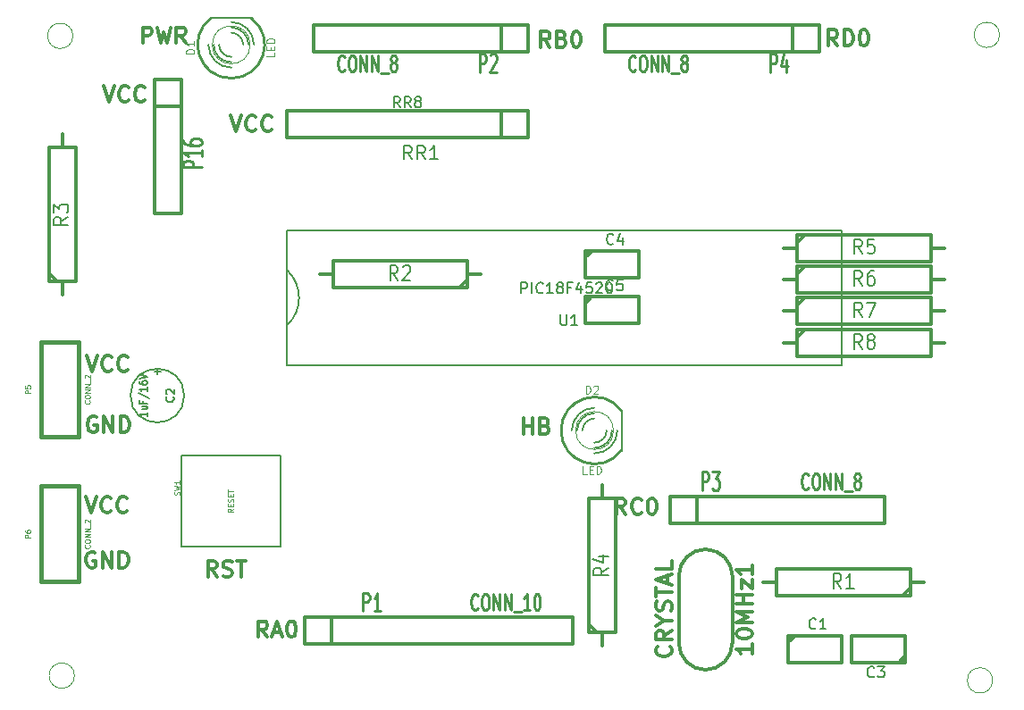
<source format=gto>
G04 (created by PCBNEW (2013-07-07 BZR 4022)-stable) date 08-Nov-13 6:42:12 PM*
%MOIN*%
G04 Gerber Fmt 3.4, Leading zero omitted, Abs format*
%FSLAX34Y34*%
G01*
G70*
G90*
G04 APERTURE LIST*
%ADD10C,0.00590551*%
%ADD11C,0.011811*%
%ADD12C,0.012*%
%ADD13C,0.008*%
%ADD14C,0.003*%
%ADD15C,0.01*%
%ADD16C,0.006*%
%ADD17C,0.005*%
%ADD18C,0.0125*%
%ADD19C,0.015*%
%ADD20C,0.000393701*%
%ADD21C,0.0107*%
%ADD22C,0.0035*%
%ADD23C,0.00492126*%
%ADD24C,0.0075*%
G04 APERTURE END LIST*
G54D10*
G54D11*
X54194Y-63447D02*
X53997Y-63166D01*
X53856Y-63447D02*
X53856Y-62857D01*
X54081Y-62857D01*
X54138Y-62885D01*
X54166Y-62913D01*
X54194Y-62969D01*
X54194Y-63053D01*
X54166Y-63110D01*
X54138Y-63138D01*
X54081Y-63166D01*
X53856Y-63166D01*
X54419Y-63419D02*
X54503Y-63447D01*
X54644Y-63447D01*
X54700Y-63419D01*
X54728Y-63391D01*
X54756Y-63335D01*
X54756Y-63278D01*
X54728Y-63222D01*
X54700Y-63194D01*
X54644Y-63166D01*
X54531Y-63138D01*
X54475Y-63110D01*
X54447Y-63082D01*
X54419Y-63025D01*
X54419Y-62969D01*
X54447Y-62913D01*
X54475Y-62885D01*
X54531Y-62857D01*
X54672Y-62857D01*
X54756Y-62885D01*
X54925Y-62857D02*
X55262Y-62857D01*
X55094Y-63447D02*
X55094Y-62857D01*
X51417Y-43536D02*
X51417Y-42945D01*
X51642Y-42945D01*
X51698Y-42973D01*
X51726Y-43001D01*
X51754Y-43058D01*
X51754Y-43142D01*
X51726Y-43198D01*
X51698Y-43226D01*
X51642Y-43255D01*
X51417Y-43255D01*
X51951Y-42945D02*
X52092Y-43536D01*
X52204Y-43114D01*
X52317Y-43536D01*
X52457Y-42945D01*
X53020Y-43536D02*
X52823Y-43255D01*
X52682Y-43536D02*
X52682Y-42945D01*
X52907Y-42945D01*
X52964Y-42973D01*
X52992Y-43001D01*
X53020Y-43058D01*
X53020Y-43142D01*
X52992Y-43198D01*
X52964Y-43226D01*
X52907Y-43255D01*
X52682Y-43255D01*
X65618Y-58132D02*
X65618Y-57542D01*
X65618Y-57823D02*
X65956Y-57823D01*
X65956Y-58132D02*
X65956Y-57542D01*
X66434Y-57823D02*
X66518Y-57851D01*
X66546Y-57879D01*
X66574Y-57935D01*
X66574Y-58020D01*
X66546Y-58076D01*
X66518Y-58104D01*
X66462Y-58132D01*
X66237Y-58132D01*
X66237Y-57542D01*
X66434Y-57542D01*
X66490Y-57570D01*
X66518Y-57598D01*
X66546Y-57654D01*
X66546Y-57710D01*
X66518Y-57767D01*
X66490Y-57795D01*
X66434Y-57823D01*
X66237Y-57823D01*
X54714Y-46242D02*
X54911Y-46833D01*
X55108Y-46242D01*
X55642Y-46777D02*
X55614Y-46805D01*
X55530Y-46833D01*
X55473Y-46833D01*
X55389Y-46805D01*
X55333Y-46749D01*
X55305Y-46692D01*
X55276Y-46580D01*
X55276Y-46496D01*
X55305Y-46383D01*
X55333Y-46327D01*
X55389Y-46271D01*
X55473Y-46242D01*
X55530Y-46242D01*
X55614Y-46271D01*
X55642Y-46299D01*
X56233Y-46777D02*
X56205Y-46805D01*
X56120Y-46833D01*
X56064Y-46833D01*
X55980Y-46805D01*
X55923Y-46749D01*
X55895Y-46692D01*
X55867Y-46580D01*
X55867Y-46496D01*
X55895Y-46383D01*
X55923Y-46327D01*
X55980Y-46271D01*
X56064Y-46242D01*
X56120Y-46242D01*
X56205Y-46271D01*
X56233Y-46299D01*
X49970Y-45140D02*
X50167Y-45731D01*
X50364Y-45140D01*
X50898Y-45674D02*
X50870Y-45703D01*
X50785Y-45731D01*
X50729Y-45731D01*
X50645Y-45703D01*
X50589Y-45646D01*
X50561Y-45590D01*
X50532Y-45478D01*
X50532Y-45393D01*
X50561Y-45281D01*
X50589Y-45224D01*
X50645Y-45168D01*
X50729Y-45140D01*
X50785Y-45140D01*
X50870Y-45168D01*
X50898Y-45196D01*
X51489Y-45674D02*
X51460Y-45703D01*
X51376Y-45731D01*
X51320Y-45731D01*
X51235Y-45703D01*
X51179Y-45646D01*
X51151Y-45590D01*
X51123Y-45478D01*
X51123Y-45393D01*
X51151Y-45281D01*
X51179Y-45224D01*
X51235Y-45168D01*
X51320Y-45140D01*
X51376Y-45140D01*
X51460Y-45168D01*
X51489Y-45196D01*
X49697Y-57501D02*
X49641Y-57473D01*
X49557Y-57473D01*
X49472Y-57501D01*
X49416Y-57557D01*
X49388Y-57613D01*
X49360Y-57726D01*
X49360Y-57810D01*
X49388Y-57923D01*
X49416Y-57979D01*
X49472Y-58035D01*
X49557Y-58063D01*
X49613Y-58063D01*
X49697Y-58035D01*
X49725Y-58007D01*
X49725Y-57810D01*
X49613Y-57810D01*
X49978Y-58063D02*
X49978Y-57473D01*
X50316Y-58063D01*
X50316Y-57473D01*
X50597Y-58063D02*
X50597Y-57473D01*
X50738Y-57473D01*
X50822Y-57501D01*
X50878Y-57557D01*
X50906Y-57613D01*
X50935Y-57726D01*
X50935Y-57810D01*
X50906Y-57923D01*
X50878Y-57979D01*
X50822Y-58035D01*
X50738Y-58063D01*
X50597Y-58063D01*
X49340Y-55199D02*
X49537Y-55790D01*
X49734Y-55199D01*
X50268Y-55733D02*
X50240Y-55762D01*
X50156Y-55790D01*
X50099Y-55790D01*
X50015Y-55762D01*
X49959Y-55705D01*
X49931Y-55649D01*
X49902Y-55537D01*
X49902Y-55452D01*
X49931Y-55340D01*
X49959Y-55284D01*
X50015Y-55227D01*
X50099Y-55199D01*
X50156Y-55199D01*
X50240Y-55227D01*
X50268Y-55255D01*
X50859Y-55733D02*
X50830Y-55762D01*
X50746Y-55790D01*
X50690Y-55790D01*
X50606Y-55762D01*
X50549Y-55705D01*
X50521Y-55649D01*
X50493Y-55537D01*
X50493Y-55452D01*
X50521Y-55340D01*
X50549Y-55284D01*
X50606Y-55227D01*
X50690Y-55199D01*
X50746Y-55199D01*
X50830Y-55227D01*
X50859Y-55255D01*
X49648Y-62550D02*
X49592Y-62522D01*
X49507Y-62522D01*
X49423Y-62550D01*
X49367Y-62606D01*
X49339Y-62663D01*
X49311Y-62775D01*
X49311Y-62859D01*
X49339Y-62972D01*
X49367Y-63028D01*
X49423Y-63084D01*
X49507Y-63113D01*
X49564Y-63113D01*
X49648Y-63084D01*
X49676Y-63056D01*
X49676Y-62859D01*
X49564Y-62859D01*
X49929Y-63113D02*
X49929Y-62522D01*
X50267Y-63113D01*
X50267Y-62522D01*
X50548Y-63113D02*
X50548Y-62522D01*
X50688Y-62522D01*
X50773Y-62550D01*
X50829Y-62606D01*
X50857Y-62663D01*
X50885Y-62775D01*
X50885Y-62859D01*
X50857Y-62972D01*
X50829Y-63028D01*
X50773Y-63084D01*
X50688Y-63113D01*
X50548Y-63113D01*
X49311Y-60475D02*
X49507Y-61065D01*
X49704Y-60475D01*
X50239Y-61009D02*
X50210Y-61037D01*
X50126Y-61065D01*
X50070Y-61065D01*
X49985Y-61037D01*
X49929Y-60981D01*
X49901Y-60925D01*
X49873Y-60812D01*
X49873Y-60728D01*
X49901Y-60615D01*
X49929Y-60559D01*
X49985Y-60503D01*
X50070Y-60475D01*
X50126Y-60475D01*
X50210Y-60503D01*
X50239Y-60531D01*
X50829Y-61009D02*
X50801Y-61037D01*
X50717Y-61065D01*
X50660Y-61065D01*
X50576Y-61037D01*
X50520Y-60981D01*
X50492Y-60925D01*
X50464Y-60812D01*
X50464Y-60728D01*
X50492Y-60615D01*
X50520Y-60559D01*
X50576Y-60503D01*
X50660Y-60475D01*
X50717Y-60475D01*
X50801Y-60503D01*
X50829Y-60531D01*
X56075Y-65701D02*
X55878Y-65420D01*
X55738Y-65701D02*
X55738Y-65111D01*
X55963Y-65111D01*
X56019Y-65139D01*
X56047Y-65167D01*
X56075Y-65223D01*
X56075Y-65307D01*
X56047Y-65364D01*
X56019Y-65392D01*
X55963Y-65420D01*
X55738Y-65420D01*
X56300Y-65532D02*
X56581Y-65532D01*
X56244Y-65701D02*
X56441Y-65111D01*
X56638Y-65701D01*
X56947Y-65111D02*
X57003Y-65111D01*
X57059Y-65139D01*
X57088Y-65167D01*
X57116Y-65223D01*
X57144Y-65336D01*
X57144Y-65476D01*
X57116Y-65589D01*
X57088Y-65645D01*
X57059Y-65673D01*
X57003Y-65701D01*
X56947Y-65701D01*
X56891Y-65673D01*
X56863Y-65645D01*
X56834Y-65589D01*
X56806Y-65476D01*
X56806Y-65336D01*
X56834Y-65223D01*
X56863Y-65167D01*
X56891Y-65139D01*
X56947Y-65111D01*
X69438Y-61115D02*
X69242Y-60833D01*
X69101Y-61115D02*
X69101Y-60524D01*
X69326Y-60524D01*
X69382Y-60552D01*
X69410Y-60580D01*
X69438Y-60636D01*
X69438Y-60721D01*
X69410Y-60777D01*
X69382Y-60805D01*
X69326Y-60833D01*
X69101Y-60833D01*
X70029Y-61058D02*
X70001Y-61086D01*
X69917Y-61115D01*
X69860Y-61115D01*
X69776Y-61086D01*
X69720Y-61030D01*
X69692Y-60974D01*
X69663Y-60861D01*
X69663Y-60777D01*
X69692Y-60665D01*
X69720Y-60608D01*
X69776Y-60552D01*
X69860Y-60524D01*
X69917Y-60524D01*
X70001Y-60552D01*
X70029Y-60580D01*
X70395Y-60524D02*
X70451Y-60524D01*
X70507Y-60552D01*
X70535Y-60580D01*
X70563Y-60636D01*
X70591Y-60749D01*
X70591Y-60890D01*
X70563Y-61002D01*
X70535Y-61058D01*
X70507Y-61086D01*
X70451Y-61115D01*
X70395Y-61115D01*
X70338Y-61086D01*
X70310Y-61058D01*
X70282Y-61002D01*
X70254Y-60890D01*
X70254Y-60749D01*
X70282Y-60636D01*
X70310Y-60580D01*
X70338Y-60552D01*
X70395Y-60524D01*
X77342Y-43634D02*
X77145Y-43353D01*
X77005Y-43634D02*
X77005Y-43044D01*
X77230Y-43044D01*
X77286Y-43072D01*
X77314Y-43100D01*
X77342Y-43156D01*
X77342Y-43241D01*
X77314Y-43297D01*
X77286Y-43325D01*
X77230Y-43353D01*
X77005Y-43353D01*
X77595Y-43634D02*
X77595Y-43044D01*
X77736Y-43044D01*
X77820Y-43072D01*
X77876Y-43128D01*
X77904Y-43184D01*
X77933Y-43297D01*
X77933Y-43381D01*
X77904Y-43494D01*
X77876Y-43550D01*
X77820Y-43606D01*
X77736Y-43634D01*
X77595Y-43634D01*
X78298Y-43044D02*
X78354Y-43044D01*
X78411Y-43072D01*
X78439Y-43100D01*
X78467Y-43156D01*
X78495Y-43269D01*
X78495Y-43409D01*
X78467Y-43522D01*
X78439Y-43578D01*
X78411Y-43606D01*
X78354Y-43634D01*
X78298Y-43634D01*
X78242Y-43606D01*
X78214Y-43578D01*
X78186Y-43522D01*
X78158Y-43409D01*
X78158Y-43269D01*
X78186Y-43156D01*
X78214Y-43100D01*
X78242Y-43072D01*
X78298Y-43044D01*
X66614Y-43683D02*
X66417Y-43402D01*
X66276Y-43683D02*
X66276Y-43093D01*
X66501Y-43093D01*
X66557Y-43121D01*
X66586Y-43149D01*
X66614Y-43205D01*
X66614Y-43290D01*
X66586Y-43346D01*
X66557Y-43374D01*
X66501Y-43402D01*
X66276Y-43402D01*
X67064Y-43374D02*
X67148Y-43402D01*
X67176Y-43430D01*
X67204Y-43487D01*
X67204Y-43571D01*
X67176Y-43627D01*
X67148Y-43655D01*
X67092Y-43683D01*
X66867Y-43683D01*
X66867Y-43093D01*
X67064Y-43093D01*
X67120Y-43121D01*
X67148Y-43149D01*
X67176Y-43205D01*
X67176Y-43262D01*
X67148Y-43318D01*
X67120Y-43346D01*
X67064Y-43374D01*
X66867Y-43374D01*
X67570Y-43093D02*
X67626Y-43093D01*
X67682Y-43121D01*
X67710Y-43149D01*
X67739Y-43205D01*
X67767Y-43318D01*
X67767Y-43458D01*
X67739Y-43571D01*
X67710Y-43627D01*
X67682Y-43655D01*
X67626Y-43683D01*
X67570Y-43683D01*
X67514Y-43655D01*
X67485Y-43627D01*
X67457Y-43571D01*
X67429Y-43458D01*
X67429Y-43318D01*
X67457Y-43205D01*
X67485Y-43149D01*
X67514Y-43121D01*
X67570Y-43093D01*
G54D10*
X56840Y-54040D02*
G75*
G03X56840Y-52040I-1000J1000D01*
G74*
G01*
X56800Y-50530D02*
X56800Y-55569D01*
X56800Y-55569D02*
X77500Y-55569D01*
X77500Y-50530D02*
X56800Y-50530D01*
X77500Y-50530D02*
X77500Y-55569D01*
G54D12*
X57460Y-65956D02*
X57460Y-64956D01*
X57460Y-64956D02*
X67460Y-64956D01*
X67460Y-64956D02*
X67460Y-65956D01*
X67460Y-65956D02*
X57460Y-65956D01*
X58460Y-65956D02*
X58460Y-64956D01*
G54D13*
X69300Y-58746D02*
X69300Y-57246D01*
G54D14*
X68987Y-57996D02*
G75*
G03X68987Y-57996I-707J0D01*
G74*
G01*
G54D15*
X69279Y-57245D02*
G75*
G03X69279Y-58746I-999J-750D01*
G74*
G01*
G54D16*
X68280Y-57546D02*
G75*
G03X67830Y-57996I0J-450D01*
G74*
G01*
X68280Y-58446D02*
G75*
G03X68730Y-57996I0J450D01*
G74*
G01*
X68280Y-57346D02*
G75*
G03X67630Y-57996I0J-650D01*
G74*
G01*
X68280Y-58646D02*
G75*
G03X68930Y-57996I0J650D01*
G74*
G01*
X68280Y-57146D02*
G75*
G03X67430Y-57996I0J-850D01*
G74*
G01*
X68280Y-58846D02*
G75*
G03X69130Y-57996I0J850D01*
G74*
G01*
G54D13*
X55474Y-42580D02*
X53974Y-42580D01*
G54D14*
X55431Y-43600D02*
G75*
G03X55431Y-43600I-707J0D01*
G74*
G01*
G54D15*
X53973Y-42601D02*
G75*
G03X55474Y-42601I750J-999D01*
G74*
G01*
G54D16*
X54274Y-43600D02*
G75*
G03X54724Y-44050I450J0D01*
G74*
G01*
X55174Y-43600D02*
G75*
G03X54724Y-43150I-450J0D01*
G74*
G01*
X54074Y-43600D02*
G75*
G03X54724Y-44250I650J0D01*
G74*
G01*
X55374Y-43600D02*
G75*
G03X54724Y-42950I-650J0D01*
G74*
G01*
X53874Y-43600D02*
G75*
G03X54724Y-44450I850J0D01*
G74*
G01*
X55574Y-43600D02*
G75*
G03X54724Y-42750I-850J0D01*
G74*
G01*
G54D12*
X65800Y-43850D02*
X57800Y-43850D01*
X57800Y-43850D02*
X57800Y-42850D01*
X57800Y-42850D02*
X65800Y-42850D01*
X65800Y-42850D02*
X65800Y-43850D01*
X64800Y-42850D02*
X64800Y-43850D01*
X71100Y-60450D02*
X79100Y-60450D01*
X79100Y-60450D02*
X79100Y-61450D01*
X79100Y-61450D02*
X71100Y-61450D01*
X71100Y-61450D02*
X71100Y-60450D01*
X72100Y-61450D02*
X72100Y-60450D01*
X76650Y-43850D02*
X68650Y-43850D01*
X68650Y-43850D02*
X68650Y-42850D01*
X68650Y-42850D02*
X76650Y-42850D01*
X76650Y-42850D02*
X76650Y-43850D01*
X75650Y-42850D02*
X75650Y-43850D01*
X63523Y-52665D02*
X58523Y-52665D01*
X58523Y-52665D02*
X58523Y-51665D01*
X58523Y-51665D02*
X63523Y-51665D01*
X58523Y-52165D02*
X58023Y-52165D01*
X64023Y-52165D02*
X63523Y-52165D01*
X63523Y-52365D02*
X63223Y-52665D01*
X63523Y-52665D02*
X63523Y-51665D01*
X80066Y-64160D02*
X75066Y-64160D01*
X75066Y-64160D02*
X75066Y-63160D01*
X75066Y-63160D02*
X80066Y-63160D01*
X75066Y-63660D02*
X74566Y-63660D01*
X80566Y-63660D02*
X80066Y-63660D01*
X80066Y-63860D02*
X79766Y-64160D01*
X80066Y-64160D02*
X80066Y-63160D01*
X68066Y-65536D02*
X68066Y-60536D01*
X68066Y-60536D02*
X69066Y-60536D01*
X69066Y-60536D02*
X69066Y-65536D01*
X68566Y-60536D02*
X68566Y-60036D01*
X68566Y-66036D02*
X68566Y-65536D01*
X68366Y-65536D02*
X68066Y-65236D01*
X68066Y-65536D02*
X69066Y-65536D01*
X47922Y-52444D02*
X47922Y-47444D01*
X47922Y-47444D02*
X48922Y-47444D01*
X48922Y-47444D02*
X48922Y-52444D01*
X48422Y-47444D02*
X48422Y-46944D01*
X48422Y-52944D02*
X48422Y-52444D01*
X48222Y-52444D02*
X47922Y-52144D01*
X47922Y-52444D02*
X48922Y-52444D01*
G54D13*
X52868Y-58917D02*
X56580Y-58917D01*
X56580Y-58917D02*
X56580Y-62342D01*
X56580Y-62342D02*
X52868Y-62342D01*
X52868Y-62342D02*
X52868Y-58917D01*
G54D17*
X52969Y-56692D02*
G75*
G03X52969Y-56692I-1001J0D01*
G74*
G01*
G54D18*
X71420Y-63426D02*
X71420Y-65926D01*
X73420Y-63426D02*
X73420Y-65926D01*
X72420Y-66926D02*
G75*
G03X73420Y-65926I0J1000D01*
G74*
G01*
X71420Y-65926D02*
G75*
G03X72420Y-66926I1000J0D01*
G74*
G01*
X73420Y-63426D02*
G75*
G03X72420Y-62426I-1000J0D01*
G74*
G01*
X72420Y-62426D02*
G75*
G03X71420Y-63426I0J-1000D01*
G74*
G01*
G54D12*
X67946Y-53004D02*
X69926Y-53004D01*
X69926Y-53004D02*
X69926Y-54004D01*
X69926Y-54004D02*
X67926Y-54004D01*
X67926Y-54004D02*
X67926Y-53004D01*
X67926Y-53254D02*
X68176Y-53004D01*
X67968Y-51288D02*
X69948Y-51288D01*
X69948Y-51288D02*
X69948Y-52288D01*
X69948Y-52288D02*
X67948Y-52288D01*
X67948Y-52288D02*
X67948Y-51288D01*
X67948Y-51538D02*
X68198Y-51288D01*
X75522Y-65648D02*
X77502Y-65648D01*
X77502Y-65648D02*
X77502Y-66648D01*
X77502Y-66648D02*
X75502Y-66648D01*
X75502Y-66648D02*
X75502Y-65648D01*
X75502Y-65898D02*
X75752Y-65648D01*
X79858Y-66648D02*
X77878Y-66648D01*
X77878Y-66648D02*
X77878Y-65648D01*
X77878Y-65648D02*
X79878Y-65648D01*
X79878Y-65648D02*
X79878Y-66648D01*
X79878Y-66398D02*
X79628Y-66648D01*
G54D19*
X49036Y-54687D02*
X49036Y-58230D01*
X49036Y-58230D02*
X47618Y-58230D01*
X47618Y-58230D02*
X47618Y-54687D01*
X47618Y-54687D02*
X49036Y-54687D01*
X49036Y-60077D02*
X49036Y-63620D01*
X49036Y-63620D02*
X47618Y-63620D01*
X47618Y-63620D02*
X47618Y-60077D01*
X47618Y-60077D02*
X49036Y-60077D01*
G54D12*
X51850Y-44900D02*
X52850Y-44900D01*
X52850Y-44900D02*
X52850Y-49900D01*
X52850Y-49900D02*
X51850Y-49900D01*
X51850Y-49900D02*
X51850Y-44900D01*
X51850Y-45900D02*
X52850Y-45900D01*
X56792Y-47074D02*
X56792Y-46074D01*
X56792Y-46074D02*
X65792Y-46074D01*
X65792Y-46074D02*
X65792Y-47074D01*
X56792Y-47074D02*
X65792Y-47074D01*
X64792Y-47074D02*
X64792Y-46074D01*
X75846Y-50681D02*
X80846Y-50681D01*
X80846Y-50681D02*
X80846Y-51681D01*
X80846Y-51681D02*
X75846Y-51681D01*
X80846Y-51181D02*
X81346Y-51181D01*
X75346Y-51181D02*
X75846Y-51181D01*
X75846Y-50981D02*
X76146Y-50681D01*
X75846Y-50681D02*
X75846Y-51681D01*
X75846Y-51862D02*
X80846Y-51862D01*
X80846Y-51862D02*
X80846Y-52862D01*
X80846Y-52862D02*
X75846Y-52862D01*
X80846Y-52362D02*
X81346Y-52362D01*
X75346Y-52362D02*
X75846Y-52362D01*
X75846Y-52162D02*
X76146Y-51862D01*
X75846Y-51862D02*
X75846Y-52862D01*
X75846Y-53043D02*
X80846Y-53043D01*
X80846Y-53043D02*
X80846Y-54043D01*
X80846Y-54043D02*
X75846Y-54043D01*
X80846Y-53543D02*
X81346Y-53543D01*
X75346Y-53543D02*
X75846Y-53543D01*
X75846Y-53343D02*
X76146Y-53043D01*
X75846Y-53043D02*
X75846Y-54043D01*
X75846Y-54224D02*
X80846Y-54224D01*
X80846Y-54224D02*
X80846Y-55224D01*
X80846Y-55224D02*
X75846Y-55224D01*
X80846Y-54724D02*
X81346Y-54724D01*
X75346Y-54724D02*
X75846Y-54724D01*
X75846Y-54524D02*
X76146Y-54224D01*
X75846Y-54224D02*
X75846Y-55224D01*
G54D20*
X83385Y-43228D02*
G75*
G03X83385Y-43228I-472J0D01*
G74*
G01*
X48818Y-43267D02*
G75*
G03X48818Y-43267I-472J0D01*
G74*
G01*
X48877Y-67145D02*
G75*
G03X48877Y-67145I-472J0D01*
G74*
G01*
X83129Y-67322D02*
G75*
G03X83129Y-67322I-472J0D01*
G74*
G01*
G54D10*
X67015Y-53671D02*
X67015Y-53990D01*
X67033Y-54027D01*
X67052Y-54046D01*
X67090Y-54065D01*
X67165Y-54065D01*
X67202Y-54046D01*
X67221Y-54027D01*
X67240Y-53990D01*
X67240Y-53671D01*
X67633Y-54065D02*
X67408Y-54065D01*
X67521Y-54065D02*
X67521Y-53671D01*
X67483Y-53727D01*
X67446Y-53765D01*
X67408Y-53784D01*
X65547Y-52869D02*
X65547Y-52475D01*
X65697Y-52475D01*
X65735Y-52494D01*
X65753Y-52513D01*
X65772Y-52550D01*
X65772Y-52606D01*
X65753Y-52644D01*
X65735Y-52663D01*
X65697Y-52681D01*
X65547Y-52681D01*
X65941Y-52869D02*
X65941Y-52475D01*
X66353Y-52831D02*
X66335Y-52850D01*
X66278Y-52869D01*
X66241Y-52869D01*
X66185Y-52850D01*
X66147Y-52813D01*
X66128Y-52775D01*
X66110Y-52700D01*
X66110Y-52644D01*
X66128Y-52569D01*
X66147Y-52531D01*
X66185Y-52494D01*
X66241Y-52475D01*
X66278Y-52475D01*
X66335Y-52494D01*
X66353Y-52513D01*
X66728Y-52869D02*
X66503Y-52869D01*
X66616Y-52869D02*
X66616Y-52475D01*
X66578Y-52531D01*
X66541Y-52569D01*
X66503Y-52588D01*
X66953Y-52644D02*
X66916Y-52625D01*
X66897Y-52606D01*
X66878Y-52569D01*
X66878Y-52550D01*
X66897Y-52513D01*
X66916Y-52494D01*
X66953Y-52475D01*
X67028Y-52475D01*
X67066Y-52494D01*
X67085Y-52513D01*
X67103Y-52550D01*
X67103Y-52569D01*
X67085Y-52606D01*
X67066Y-52625D01*
X67028Y-52644D01*
X66953Y-52644D01*
X66916Y-52663D01*
X66897Y-52681D01*
X66878Y-52719D01*
X66878Y-52794D01*
X66897Y-52831D01*
X66916Y-52850D01*
X66953Y-52869D01*
X67028Y-52869D01*
X67066Y-52850D01*
X67085Y-52831D01*
X67103Y-52794D01*
X67103Y-52719D01*
X67085Y-52681D01*
X67066Y-52663D01*
X67028Y-52644D01*
X67403Y-52663D02*
X67272Y-52663D01*
X67272Y-52869D02*
X67272Y-52475D01*
X67459Y-52475D01*
X67778Y-52606D02*
X67778Y-52869D01*
X67684Y-52456D02*
X67591Y-52738D01*
X67834Y-52738D01*
X68172Y-52475D02*
X67984Y-52475D01*
X67966Y-52663D01*
X67984Y-52644D01*
X68022Y-52625D01*
X68116Y-52625D01*
X68153Y-52644D01*
X68172Y-52663D01*
X68191Y-52700D01*
X68191Y-52794D01*
X68172Y-52831D01*
X68153Y-52850D01*
X68116Y-52869D01*
X68022Y-52869D01*
X67984Y-52850D01*
X67966Y-52831D01*
X68341Y-52513D02*
X68359Y-52494D01*
X68397Y-52475D01*
X68491Y-52475D01*
X68528Y-52494D01*
X68547Y-52513D01*
X68566Y-52550D01*
X68566Y-52588D01*
X68547Y-52644D01*
X68322Y-52869D01*
X68566Y-52869D01*
X68809Y-52475D02*
X68847Y-52475D01*
X68884Y-52494D01*
X68903Y-52513D01*
X68922Y-52550D01*
X68941Y-52625D01*
X68941Y-52719D01*
X68922Y-52794D01*
X68903Y-52831D01*
X68884Y-52850D01*
X68847Y-52869D01*
X68809Y-52869D01*
X68772Y-52850D01*
X68753Y-52831D01*
X68734Y-52794D01*
X68716Y-52719D01*
X68716Y-52625D01*
X68734Y-52550D01*
X68753Y-52513D01*
X68772Y-52494D01*
X68809Y-52475D01*
G54D21*
X59644Y-64731D02*
X59644Y-64050D01*
X59807Y-64050D01*
X59847Y-64083D01*
X59868Y-64115D01*
X59888Y-64180D01*
X59888Y-64277D01*
X59868Y-64342D01*
X59847Y-64374D01*
X59807Y-64407D01*
X59644Y-64407D01*
X60296Y-64731D02*
X60051Y-64731D01*
X60174Y-64731D02*
X60174Y-64050D01*
X60133Y-64147D01*
X60092Y-64212D01*
X60051Y-64245D01*
G54D12*
G54D15*
X63921Y-64641D02*
X63902Y-64670D01*
X63845Y-64698D01*
X63807Y-64698D01*
X63750Y-64670D01*
X63712Y-64613D01*
X63693Y-64556D01*
X63674Y-64441D01*
X63674Y-64356D01*
X63693Y-64241D01*
X63712Y-64184D01*
X63750Y-64127D01*
X63807Y-64098D01*
X63845Y-64098D01*
X63902Y-64127D01*
X63921Y-64156D01*
X64169Y-64098D02*
X64245Y-64098D01*
X64283Y-64127D01*
X64321Y-64184D01*
X64340Y-64298D01*
X64340Y-64498D01*
X64321Y-64613D01*
X64283Y-64670D01*
X64245Y-64698D01*
X64169Y-64698D01*
X64131Y-64670D01*
X64093Y-64613D01*
X64074Y-64498D01*
X64074Y-64298D01*
X64093Y-64184D01*
X64131Y-64127D01*
X64169Y-64098D01*
X64512Y-64698D02*
X64512Y-64098D01*
X64740Y-64698D01*
X64740Y-64098D01*
X64931Y-64698D02*
X64931Y-64098D01*
X65160Y-64698D01*
X65160Y-64098D01*
X65255Y-64756D02*
X65560Y-64756D01*
X65864Y-64698D02*
X65636Y-64698D01*
X65750Y-64698D02*
X65750Y-64098D01*
X65712Y-64184D01*
X65674Y-64241D01*
X65636Y-64270D01*
X66112Y-64098D02*
X66150Y-64098D01*
X66188Y-64127D01*
X66207Y-64156D01*
X66226Y-64213D01*
X66245Y-64327D01*
X66245Y-64470D01*
X66226Y-64584D01*
X66207Y-64641D01*
X66188Y-64670D01*
X66150Y-64698D01*
X66112Y-64698D01*
X66074Y-64670D01*
X66055Y-64641D01*
X66036Y-64584D01*
X66017Y-64470D01*
X66017Y-64327D01*
X66036Y-64213D01*
X66055Y-64156D01*
X66074Y-64127D01*
X66112Y-64098D01*
G54D12*
G54D22*
X67958Y-56617D02*
X67958Y-56317D01*
X68030Y-56317D01*
X68072Y-56331D01*
X68101Y-56360D01*
X68115Y-56388D01*
X68130Y-56446D01*
X68130Y-56488D01*
X68115Y-56546D01*
X68101Y-56574D01*
X68072Y-56603D01*
X68030Y-56617D01*
X67958Y-56617D01*
X68244Y-56346D02*
X68258Y-56331D01*
X68287Y-56317D01*
X68358Y-56317D01*
X68387Y-56331D01*
X68401Y-56346D01*
X68415Y-56374D01*
X68415Y-56403D01*
X68401Y-56446D01*
X68230Y-56617D01*
X68415Y-56617D01*
X67987Y-59617D02*
X67844Y-59617D01*
X67844Y-59317D01*
X68087Y-59460D02*
X68187Y-59460D01*
X68230Y-59617D02*
X68087Y-59617D01*
X68087Y-59317D01*
X68230Y-59317D01*
X68358Y-59617D02*
X68358Y-59317D01*
X68430Y-59317D01*
X68472Y-59331D01*
X68501Y-59360D01*
X68515Y-59388D01*
X68530Y-59446D01*
X68530Y-59488D01*
X68515Y-59546D01*
X68501Y-59574D01*
X68472Y-59603D01*
X68430Y-59617D01*
X68358Y-59617D01*
X53345Y-43922D02*
X53045Y-43922D01*
X53045Y-43850D01*
X53060Y-43807D01*
X53088Y-43779D01*
X53117Y-43765D01*
X53174Y-43750D01*
X53217Y-43750D01*
X53274Y-43765D01*
X53302Y-43779D01*
X53331Y-43807D01*
X53345Y-43850D01*
X53345Y-43922D01*
X53345Y-43465D02*
X53345Y-43636D01*
X53345Y-43550D02*
X53045Y-43550D01*
X53088Y-43579D01*
X53117Y-43607D01*
X53131Y-43636D01*
X56345Y-43893D02*
X56345Y-44036D01*
X56045Y-44036D01*
X56188Y-43793D02*
X56188Y-43693D01*
X56345Y-43650D02*
X56345Y-43793D01*
X56045Y-43793D01*
X56045Y-43650D01*
X56345Y-43522D02*
X56045Y-43522D01*
X56045Y-43450D01*
X56060Y-43407D01*
X56088Y-43379D01*
X56117Y-43365D01*
X56174Y-43350D01*
X56217Y-43350D01*
X56274Y-43365D01*
X56302Y-43379D01*
X56331Y-43407D01*
X56345Y-43450D01*
X56345Y-43522D01*
G54D21*
X63984Y-44625D02*
X63984Y-43944D01*
X64147Y-43944D01*
X64187Y-43977D01*
X64208Y-44009D01*
X64228Y-44074D01*
X64228Y-44171D01*
X64208Y-44236D01*
X64187Y-44268D01*
X64147Y-44301D01*
X63984Y-44301D01*
X64391Y-44009D02*
X64412Y-43977D01*
X64452Y-43944D01*
X64554Y-43944D01*
X64595Y-43977D01*
X64615Y-44009D01*
X64636Y-44074D01*
X64636Y-44139D01*
X64615Y-44236D01*
X64371Y-44625D01*
X64636Y-44625D01*
G54D12*
G54D15*
X58952Y-44535D02*
X58933Y-44564D01*
X58876Y-44592D01*
X58838Y-44592D01*
X58780Y-44564D01*
X58742Y-44507D01*
X58723Y-44450D01*
X58704Y-44335D01*
X58704Y-44250D01*
X58723Y-44135D01*
X58742Y-44078D01*
X58780Y-44021D01*
X58838Y-43992D01*
X58876Y-43992D01*
X58933Y-44021D01*
X58952Y-44050D01*
X59200Y-43992D02*
X59276Y-43992D01*
X59314Y-44021D01*
X59352Y-44078D01*
X59371Y-44192D01*
X59371Y-44392D01*
X59352Y-44507D01*
X59314Y-44564D01*
X59276Y-44592D01*
X59200Y-44592D01*
X59161Y-44564D01*
X59123Y-44507D01*
X59104Y-44392D01*
X59104Y-44192D01*
X59123Y-44078D01*
X59161Y-44021D01*
X59200Y-43992D01*
X59542Y-44592D02*
X59542Y-43992D01*
X59771Y-44592D01*
X59771Y-43992D01*
X59961Y-44592D02*
X59961Y-43992D01*
X60190Y-44592D01*
X60190Y-43992D01*
X60285Y-44650D02*
X60590Y-44650D01*
X60742Y-44250D02*
X60704Y-44221D01*
X60685Y-44192D01*
X60666Y-44135D01*
X60666Y-44107D01*
X60685Y-44050D01*
X60704Y-44021D01*
X60742Y-43992D01*
X60819Y-43992D01*
X60857Y-44021D01*
X60876Y-44050D01*
X60895Y-44107D01*
X60895Y-44135D01*
X60876Y-44192D01*
X60857Y-44221D01*
X60819Y-44250D01*
X60742Y-44250D01*
X60704Y-44278D01*
X60685Y-44307D01*
X60666Y-44364D01*
X60666Y-44478D01*
X60685Y-44535D01*
X60704Y-44564D01*
X60742Y-44592D01*
X60819Y-44592D01*
X60857Y-44564D01*
X60876Y-44535D01*
X60895Y-44478D01*
X60895Y-44364D01*
X60876Y-44307D01*
X60857Y-44278D01*
X60819Y-44250D01*
G54D12*
G54D21*
X72284Y-60225D02*
X72284Y-59544D01*
X72447Y-59544D01*
X72487Y-59577D01*
X72508Y-59609D01*
X72528Y-59674D01*
X72528Y-59771D01*
X72508Y-59836D01*
X72487Y-59868D01*
X72447Y-59901D01*
X72284Y-59901D01*
X72671Y-59544D02*
X72936Y-59544D01*
X72793Y-59804D01*
X72854Y-59804D01*
X72895Y-59836D01*
X72915Y-59868D01*
X72936Y-59933D01*
X72936Y-60095D01*
X72915Y-60160D01*
X72895Y-60193D01*
X72854Y-60225D01*
X72732Y-60225D01*
X72691Y-60193D01*
X72671Y-60160D01*
G54D12*
G54D15*
X76252Y-60135D02*
X76233Y-60164D01*
X76176Y-60192D01*
X76138Y-60192D01*
X76080Y-60164D01*
X76042Y-60107D01*
X76023Y-60050D01*
X76004Y-59935D01*
X76004Y-59850D01*
X76023Y-59735D01*
X76042Y-59678D01*
X76080Y-59621D01*
X76138Y-59592D01*
X76176Y-59592D01*
X76233Y-59621D01*
X76252Y-59650D01*
X76500Y-59592D02*
X76576Y-59592D01*
X76614Y-59621D01*
X76652Y-59678D01*
X76671Y-59792D01*
X76671Y-59992D01*
X76652Y-60107D01*
X76614Y-60164D01*
X76576Y-60192D01*
X76500Y-60192D01*
X76461Y-60164D01*
X76423Y-60107D01*
X76404Y-59992D01*
X76404Y-59792D01*
X76423Y-59678D01*
X76461Y-59621D01*
X76500Y-59592D01*
X76842Y-60192D02*
X76842Y-59592D01*
X77071Y-60192D01*
X77071Y-59592D01*
X77261Y-60192D02*
X77261Y-59592D01*
X77490Y-60192D01*
X77490Y-59592D01*
X77585Y-60250D02*
X77890Y-60250D01*
X78042Y-59850D02*
X78004Y-59821D01*
X77985Y-59792D01*
X77966Y-59735D01*
X77966Y-59707D01*
X77985Y-59650D01*
X78004Y-59621D01*
X78042Y-59592D01*
X78119Y-59592D01*
X78157Y-59621D01*
X78176Y-59650D01*
X78195Y-59707D01*
X78195Y-59735D01*
X78176Y-59792D01*
X78157Y-59821D01*
X78119Y-59850D01*
X78042Y-59850D01*
X78004Y-59878D01*
X77985Y-59907D01*
X77966Y-59964D01*
X77966Y-60078D01*
X77985Y-60135D01*
X78004Y-60164D01*
X78042Y-60192D01*
X78119Y-60192D01*
X78157Y-60164D01*
X78176Y-60135D01*
X78195Y-60078D01*
X78195Y-59964D01*
X78176Y-59907D01*
X78157Y-59878D01*
X78119Y-59850D01*
G54D12*
G54D21*
X74834Y-44625D02*
X74834Y-43944D01*
X74997Y-43944D01*
X75037Y-43977D01*
X75058Y-44009D01*
X75078Y-44074D01*
X75078Y-44171D01*
X75058Y-44236D01*
X75037Y-44268D01*
X74997Y-44301D01*
X74834Y-44301D01*
X75445Y-44171D02*
X75445Y-44625D01*
X75343Y-43912D02*
X75241Y-44398D01*
X75506Y-44398D01*
G54D12*
G54D15*
X69802Y-44535D02*
X69783Y-44564D01*
X69726Y-44592D01*
X69688Y-44592D01*
X69630Y-44564D01*
X69592Y-44507D01*
X69573Y-44450D01*
X69554Y-44335D01*
X69554Y-44250D01*
X69573Y-44135D01*
X69592Y-44078D01*
X69630Y-44021D01*
X69688Y-43992D01*
X69726Y-43992D01*
X69783Y-44021D01*
X69802Y-44050D01*
X70050Y-43992D02*
X70126Y-43992D01*
X70164Y-44021D01*
X70202Y-44078D01*
X70221Y-44192D01*
X70221Y-44392D01*
X70202Y-44507D01*
X70164Y-44564D01*
X70126Y-44592D01*
X70050Y-44592D01*
X70011Y-44564D01*
X69973Y-44507D01*
X69954Y-44392D01*
X69954Y-44192D01*
X69973Y-44078D01*
X70011Y-44021D01*
X70050Y-43992D01*
X70392Y-44592D02*
X70392Y-43992D01*
X70621Y-44592D01*
X70621Y-43992D01*
X70811Y-44592D02*
X70811Y-43992D01*
X71040Y-44592D01*
X71040Y-43992D01*
X71135Y-44650D02*
X71440Y-44650D01*
X71592Y-44250D02*
X71554Y-44221D01*
X71535Y-44192D01*
X71516Y-44135D01*
X71516Y-44107D01*
X71535Y-44050D01*
X71554Y-44021D01*
X71592Y-43992D01*
X71669Y-43992D01*
X71707Y-44021D01*
X71726Y-44050D01*
X71745Y-44107D01*
X71745Y-44135D01*
X71726Y-44192D01*
X71707Y-44221D01*
X71669Y-44250D01*
X71592Y-44250D01*
X71554Y-44278D01*
X71535Y-44307D01*
X71516Y-44364D01*
X71516Y-44478D01*
X71535Y-44535D01*
X71554Y-44564D01*
X71592Y-44592D01*
X71669Y-44592D01*
X71707Y-44564D01*
X71726Y-44535D01*
X71745Y-44478D01*
X71745Y-44364D01*
X71726Y-44307D01*
X71707Y-44278D01*
X71669Y-44250D01*
G54D12*
G54D13*
X60940Y-52387D02*
X60773Y-52126D01*
X60654Y-52387D02*
X60654Y-51837D01*
X60845Y-51837D01*
X60892Y-51864D01*
X60916Y-51890D01*
X60940Y-51942D01*
X60940Y-52021D01*
X60916Y-52073D01*
X60892Y-52099D01*
X60845Y-52126D01*
X60654Y-52126D01*
X61130Y-51890D02*
X61154Y-51864D01*
X61202Y-51837D01*
X61321Y-51837D01*
X61368Y-51864D01*
X61392Y-51890D01*
X61416Y-51942D01*
X61416Y-51995D01*
X61392Y-52073D01*
X61106Y-52387D01*
X61416Y-52387D01*
X77482Y-63882D02*
X77316Y-63620D01*
X77196Y-63882D02*
X77196Y-63332D01*
X77387Y-63332D01*
X77435Y-63358D01*
X77458Y-63385D01*
X77482Y-63437D01*
X77482Y-63515D01*
X77458Y-63568D01*
X77435Y-63594D01*
X77387Y-63620D01*
X77196Y-63620D01*
X77958Y-63882D02*
X77673Y-63882D01*
X77816Y-63882D02*
X77816Y-63332D01*
X77768Y-63411D01*
X77720Y-63463D01*
X77673Y-63489D01*
X68788Y-63119D02*
X68526Y-63286D01*
X68788Y-63405D02*
X68238Y-63405D01*
X68238Y-63214D01*
X68264Y-63166D01*
X68291Y-63143D01*
X68343Y-63119D01*
X68421Y-63119D01*
X68474Y-63143D01*
X68500Y-63166D01*
X68526Y-63214D01*
X68526Y-63405D01*
X68421Y-62690D02*
X68788Y-62690D01*
X68212Y-62809D02*
X68605Y-62928D01*
X68605Y-62619D01*
X48645Y-50027D02*
X48383Y-50194D01*
X48645Y-50313D02*
X48095Y-50313D01*
X48095Y-50122D01*
X48121Y-50075D01*
X48147Y-50051D01*
X48199Y-50027D01*
X48278Y-50027D01*
X48330Y-50051D01*
X48356Y-50075D01*
X48383Y-50122D01*
X48383Y-50313D01*
X48095Y-49860D02*
X48095Y-49551D01*
X48304Y-49718D01*
X48304Y-49646D01*
X48330Y-49598D01*
X48356Y-49575D01*
X48409Y-49551D01*
X48540Y-49551D01*
X48592Y-49575D01*
X48618Y-49598D01*
X48645Y-49646D01*
X48645Y-49789D01*
X48618Y-49837D01*
X48592Y-49860D01*
G54D23*
X52794Y-60392D02*
X52804Y-60364D01*
X52804Y-60317D01*
X52794Y-60298D01*
X52785Y-60289D01*
X52766Y-60279D01*
X52747Y-60279D01*
X52729Y-60289D01*
X52719Y-60298D01*
X52710Y-60317D01*
X52700Y-60354D01*
X52691Y-60373D01*
X52682Y-60383D01*
X52663Y-60392D01*
X52644Y-60392D01*
X52625Y-60383D01*
X52616Y-60373D01*
X52607Y-60354D01*
X52607Y-60308D01*
X52616Y-60279D01*
X52607Y-60214D02*
X52804Y-60167D01*
X52663Y-60129D01*
X52804Y-60092D01*
X52607Y-60045D01*
X52804Y-59867D02*
X52804Y-59979D01*
X52804Y-59923D02*
X52607Y-59923D01*
X52635Y-59942D01*
X52654Y-59961D01*
X52663Y-59979D01*
X54804Y-60915D02*
X54710Y-60981D01*
X54804Y-61028D02*
X54607Y-61028D01*
X54607Y-60953D01*
X54616Y-60934D01*
X54625Y-60925D01*
X54644Y-60915D01*
X54672Y-60915D01*
X54691Y-60925D01*
X54700Y-60934D01*
X54710Y-60953D01*
X54710Y-61028D01*
X54700Y-60831D02*
X54700Y-60765D01*
X54804Y-60737D02*
X54804Y-60831D01*
X54607Y-60831D01*
X54607Y-60737D01*
X54794Y-60662D02*
X54804Y-60634D01*
X54804Y-60587D01*
X54794Y-60568D01*
X54785Y-60559D01*
X54766Y-60550D01*
X54747Y-60550D01*
X54729Y-60559D01*
X54719Y-60568D01*
X54710Y-60587D01*
X54700Y-60625D01*
X54691Y-60643D01*
X54682Y-60653D01*
X54663Y-60662D01*
X54644Y-60662D01*
X54625Y-60653D01*
X54616Y-60643D01*
X54607Y-60625D01*
X54607Y-60578D01*
X54616Y-60550D01*
X54700Y-60465D02*
X54700Y-60400D01*
X54804Y-60372D02*
X54804Y-60465D01*
X54607Y-60465D01*
X54607Y-60372D01*
X54607Y-60315D02*
X54607Y-60203D01*
X54804Y-60259D02*
X54607Y-60259D01*
G54D17*
X52560Y-56742D02*
X52574Y-56757D01*
X52588Y-56800D01*
X52588Y-56828D01*
X52574Y-56871D01*
X52546Y-56900D01*
X52517Y-56914D01*
X52460Y-56928D01*
X52417Y-56928D01*
X52360Y-56914D01*
X52331Y-56900D01*
X52303Y-56871D01*
X52288Y-56828D01*
X52288Y-56800D01*
X52303Y-56757D01*
X52317Y-56742D01*
X52317Y-56628D02*
X52303Y-56614D01*
X52288Y-56585D01*
X52288Y-56514D01*
X52303Y-56485D01*
X52317Y-56471D01*
X52346Y-56457D01*
X52374Y-56457D01*
X52417Y-56471D01*
X52588Y-56642D01*
X52588Y-56457D01*
X51589Y-57317D02*
X51589Y-57460D01*
X51589Y-57389D02*
X51289Y-57389D01*
X51332Y-57413D01*
X51361Y-57436D01*
X51375Y-57460D01*
X51389Y-57103D02*
X51589Y-57103D01*
X51389Y-57210D02*
X51547Y-57210D01*
X51575Y-57198D01*
X51589Y-57175D01*
X51589Y-57139D01*
X51575Y-57115D01*
X51561Y-57103D01*
X51432Y-56901D02*
X51432Y-56984D01*
X51589Y-56984D02*
X51289Y-56984D01*
X51289Y-56865D01*
X51275Y-56591D02*
X51661Y-56806D01*
X51589Y-56377D02*
X51589Y-56520D01*
X51589Y-56448D02*
X51289Y-56448D01*
X51332Y-56472D01*
X51361Y-56496D01*
X51375Y-56520D01*
X51289Y-56163D02*
X51289Y-56210D01*
X51304Y-56234D01*
X51318Y-56246D01*
X51361Y-56270D01*
X51418Y-56282D01*
X51532Y-56282D01*
X51561Y-56270D01*
X51575Y-56258D01*
X51589Y-56234D01*
X51589Y-56186D01*
X51575Y-56163D01*
X51561Y-56151D01*
X51532Y-56139D01*
X51461Y-56139D01*
X51432Y-56151D01*
X51418Y-56163D01*
X51404Y-56186D01*
X51404Y-56234D01*
X51418Y-56258D01*
X51432Y-56270D01*
X51461Y-56282D01*
X51289Y-56067D02*
X51589Y-55984D01*
X51289Y-55901D01*
G54D24*
X51975Y-55907D02*
X51975Y-55678D01*
X52089Y-55792D02*
X51861Y-55792D01*
G54D13*
G54D12*
X74162Y-65976D02*
X74162Y-66318D01*
X74162Y-66147D02*
X73562Y-66147D01*
X73648Y-66204D01*
X73705Y-66261D01*
X73734Y-66318D01*
X73562Y-65604D02*
X73562Y-65547D01*
X73591Y-65490D01*
X73620Y-65461D01*
X73677Y-65433D01*
X73791Y-65404D01*
X73934Y-65404D01*
X74048Y-65433D01*
X74105Y-65461D01*
X74134Y-65490D01*
X74162Y-65547D01*
X74162Y-65604D01*
X74134Y-65661D01*
X74105Y-65690D01*
X74048Y-65718D01*
X73934Y-65747D01*
X73791Y-65747D01*
X73677Y-65718D01*
X73620Y-65690D01*
X73591Y-65661D01*
X73562Y-65604D01*
X74162Y-65147D02*
X73562Y-65147D01*
X73991Y-64947D01*
X73562Y-64747D01*
X74162Y-64747D01*
X74162Y-64461D02*
X73562Y-64461D01*
X73848Y-64461D02*
X73848Y-64118D01*
X74162Y-64118D02*
X73562Y-64118D01*
X73762Y-63890D02*
X73762Y-63576D01*
X74162Y-63890D01*
X74162Y-63576D01*
X74162Y-63033D02*
X74162Y-63376D01*
X74162Y-63204D02*
X73562Y-63204D01*
X73648Y-63261D01*
X73705Y-63318D01*
X73734Y-63376D01*
X71105Y-66061D02*
X71134Y-66090D01*
X71162Y-66176D01*
X71162Y-66233D01*
X71134Y-66318D01*
X71077Y-66376D01*
X71020Y-66404D01*
X70905Y-66433D01*
X70820Y-66433D01*
X70705Y-66404D01*
X70648Y-66376D01*
X70591Y-66318D01*
X70562Y-66233D01*
X70562Y-66176D01*
X70591Y-66090D01*
X70620Y-66061D01*
X71162Y-65461D02*
X70877Y-65661D01*
X71162Y-65804D02*
X70562Y-65804D01*
X70562Y-65576D01*
X70591Y-65518D01*
X70620Y-65490D01*
X70677Y-65461D01*
X70762Y-65461D01*
X70820Y-65490D01*
X70848Y-65518D01*
X70877Y-65576D01*
X70877Y-65804D01*
X70877Y-65090D02*
X71162Y-65090D01*
X70562Y-65290D02*
X70877Y-65090D01*
X70562Y-64890D01*
X71134Y-64718D02*
X71162Y-64633D01*
X71162Y-64490D01*
X71134Y-64433D01*
X71105Y-64404D01*
X71048Y-64376D01*
X70991Y-64376D01*
X70934Y-64404D01*
X70905Y-64433D01*
X70877Y-64490D01*
X70848Y-64604D01*
X70820Y-64661D01*
X70791Y-64690D01*
X70734Y-64718D01*
X70677Y-64718D01*
X70620Y-64690D01*
X70591Y-64661D01*
X70562Y-64604D01*
X70562Y-64461D01*
X70591Y-64376D01*
X70562Y-64204D02*
X70562Y-63861D01*
X71162Y-64033D02*
X70562Y-64033D01*
X70991Y-63690D02*
X70991Y-63404D01*
X71162Y-63747D02*
X70562Y-63547D01*
X71162Y-63347D01*
X71162Y-62861D02*
X71162Y-63147D01*
X70562Y-63147D01*
G54D13*
X68959Y-52727D02*
X68940Y-52746D01*
X68883Y-52765D01*
X68845Y-52765D01*
X68787Y-52746D01*
X68749Y-52708D01*
X68730Y-52670D01*
X68711Y-52594D01*
X68711Y-52537D01*
X68730Y-52461D01*
X68749Y-52423D01*
X68787Y-52384D01*
X68845Y-52365D01*
X68883Y-52365D01*
X68940Y-52384D01*
X68959Y-52404D01*
X69321Y-52365D02*
X69130Y-52365D01*
X69111Y-52556D01*
X69130Y-52537D01*
X69168Y-52518D01*
X69264Y-52518D01*
X69302Y-52537D01*
X69321Y-52556D01*
X69340Y-52594D01*
X69340Y-52689D01*
X69321Y-52727D01*
X69302Y-52746D01*
X69264Y-52765D01*
X69168Y-52765D01*
X69130Y-52746D01*
X69111Y-52727D01*
X68981Y-51011D02*
X68962Y-51030D01*
X68905Y-51049D01*
X68867Y-51049D01*
X68809Y-51030D01*
X68771Y-50992D01*
X68752Y-50954D01*
X68733Y-50878D01*
X68733Y-50821D01*
X68752Y-50745D01*
X68771Y-50707D01*
X68809Y-50668D01*
X68867Y-50649D01*
X68905Y-50649D01*
X68962Y-50668D01*
X68981Y-50688D01*
X69324Y-50783D02*
X69324Y-51049D01*
X69228Y-50630D02*
X69133Y-50916D01*
X69381Y-50916D01*
X76535Y-65371D02*
X76516Y-65390D01*
X76459Y-65409D01*
X76421Y-65409D01*
X76363Y-65390D01*
X76325Y-65352D01*
X76306Y-65314D01*
X76287Y-65238D01*
X76287Y-65181D01*
X76306Y-65105D01*
X76325Y-65067D01*
X76363Y-65028D01*
X76421Y-65009D01*
X76459Y-65009D01*
X76516Y-65028D01*
X76535Y-65048D01*
X76916Y-65409D02*
X76687Y-65409D01*
X76802Y-65409D02*
X76802Y-65009D01*
X76763Y-65067D01*
X76725Y-65105D01*
X76687Y-65124D01*
X78711Y-67171D02*
X78692Y-67190D01*
X78635Y-67209D01*
X78597Y-67209D01*
X78539Y-67190D01*
X78501Y-67152D01*
X78482Y-67114D01*
X78463Y-67038D01*
X78463Y-66981D01*
X78482Y-66905D01*
X78501Y-66867D01*
X78539Y-66828D01*
X78597Y-66809D01*
X78635Y-66809D01*
X78692Y-66828D01*
X78711Y-66848D01*
X78844Y-66809D02*
X79092Y-66809D01*
X78958Y-66962D01*
X79016Y-66962D01*
X79054Y-66981D01*
X79073Y-67000D01*
X79092Y-67038D01*
X79092Y-67133D01*
X79073Y-67171D01*
X79054Y-67190D01*
X79016Y-67209D01*
X78901Y-67209D01*
X78863Y-67190D01*
X78844Y-67171D01*
G54D23*
X47231Y-56608D02*
X47034Y-56608D01*
X47034Y-56533D01*
X47043Y-56514D01*
X47052Y-56505D01*
X47071Y-56496D01*
X47099Y-56496D01*
X47118Y-56505D01*
X47127Y-56514D01*
X47137Y-56533D01*
X47137Y-56608D01*
X47034Y-56317D02*
X47034Y-56411D01*
X47127Y-56421D01*
X47118Y-56411D01*
X47109Y-56392D01*
X47109Y-56346D01*
X47118Y-56327D01*
X47127Y-56317D01*
X47146Y-56308D01*
X47193Y-56308D01*
X47212Y-56317D01*
X47221Y-56327D01*
X47231Y-56346D01*
X47231Y-56392D01*
X47221Y-56411D01*
X47212Y-56421D01*
X49435Y-56877D02*
X49444Y-56886D01*
X49454Y-56914D01*
X49454Y-56933D01*
X49444Y-56961D01*
X49425Y-56980D01*
X49407Y-56989D01*
X49369Y-56999D01*
X49341Y-56999D01*
X49304Y-56989D01*
X49285Y-56980D01*
X49266Y-56961D01*
X49257Y-56933D01*
X49257Y-56914D01*
X49266Y-56886D01*
X49275Y-56877D01*
X49257Y-56755D02*
X49257Y-56717D01*
X49266Y-56699D01*
X49285Y-56680D01*
X49322Y-56671D01*
X49388Y-56671D01*
X49425Y-56680D01*
X49444Y-56699D01*
X49454Y-56717D01*
X49454Y-56755D01*
X49444Y-56774D01*
X49425Y-56792D01*
X49388Y-56802D01*
X49322Y-56802D01*
X49285Y-56792D01*
X49266Y-56774D01*
X49257Y-56755D01*
X49454Y-56586D02*
X49257Y-56586D01*
X49454Y-56474D01*
X49257Y-56474D01*
X49454Y-56380D02*
X49257Y-56380D01*
X49454Y-56268D01*
X49257Y-56268D01*
X49472Y-56221D02*
X49472Y-56071D01*
X49275Y-56033D02*
X49266Y-56024D01*
X49257Y-56005D01*
X49257Y-55958D01*
X49266Y-55939D01*
X49275Y-55930D01*
X49294Y-55921D01*
X49313Y-55921D01*
X49341Y-55930D01*
X49454Y-56043D01*
X49454Y-55921D01*
X47231Y-61998D02*
X47034Y-61998D01*
X47034Y-61923D01*
X47043Y-61904D01*
X47052Y-61895D01*
X47071Y-61886D01*
X47099Y-61886D01*
X47118Y-61895D01*
X47127Y-61904D01*
X47137Y-61923D01*
X47137Y-61998D01*
X47034Y-61717D02*
X47034Y-61754D01*
X47043Y-61773D01*
X47052Y-61782D01*
X47081Y-61801D01*
X47118Y-61811D01*
X47193Y-61811D01*
X47212Y-61801D01*
X47221Y-61792D01*
X47231Y-61773D01*
X47231Y-61736D01*
X47221Y-61717D01*
X47212Y-61707D01*
X47193Y-61698D01*
X47146Y-61698D01*
X47127Y-61707D01*
X47118Y-61717D01*
X47109Y-61736D01*
X47109Y-61773D01*
X47118Y-61792D01*
X47127Y-61801D01*
X47146Y-61811D01*
X49435Y-62267D02*
X49444Y-62276D01*
X49454Y-62304D01*
X49454Y-62323D01*
X49444Y-62351D01*
X49425Y-62370D01*
X49407Y-62379D01*
X49369Y-62389D01*
X49341Y-62389D01*
X49304Y-62379D01*
X49285Y-62370D01*
X49266Y-62351D01*
X49257Y-62323D01*
X49257Y-62304D01*
X49266Y-62276D01*
X49275Y-62267D01*
X49257Y-62145D02*
X49257Y-62107D01*
X49266Y-62089D01*
X49285Y-62070D01*
X49322Y-62061D01*
X49388Y-62061D01*
X49425Y-62070D01*
X49444Y-62089D01*
X49454Y-62107D01*
X49454Y-62145D01*
X49444Y-62164D01*
X49425Y-62182D01*
X49388Y-62192D01*
X49322Y-62192D01*
X49285Y-62182D01*
X49266Y-62164D01*
X49257Y-62145D01*
X49454Y-61976D02*
X49257Y-61976D01*
X49454Y-61864D01*
X49257Y-61864D01*
X49454Y-61770D02*
X49257Y-61770D01*
X49454Y-61658D01*
X49257Y-61658D01*
X49472Y-61611D02*
X49472Y-61461D01*
X49275Y-61423D02*
X49266Y-61414D01*
X49257Y-61395D01*
X49257Y-61348D01*
X49266Y-61329D01*
X49275Y-61320D01*
X49294Y-61311D01*
X49313Y-61311D01*
X49341Y-61320D01*
X49454Y-61433D01*
X49454Y-61311D01*
G54D21*
X53625Y-48169D02*
X52944Y-48169D01*
X52944Y-48006D01*
X52977Y-47965D01*
X53009Y-47945D01*
X53074Y-47925D01*
X53171Y-47925D01*
X53236Y-47945D01*
X53268Y-47965D01*
X53301Y-48006D01*
X53301Y-48169D01*
X53625Y-47517D02*
X53625Y-47762D01*
X53625Y-47639D02*
X52944Y-47639D01*
X53041Y-47680D01*
X53106Y-47721D01*
X53139Y-47762D01*
X52944Y-47150D02*
X52944Y-47232D01*
X52977Y-47272D01*
X53009Y-47293D01*
X53106Y-47334D01*
X53236Y-47354D01*
X53495Y-47354D01*
X53560Y-47334D01*
X53593Y-47313D01*
X53625Y-47272D01*
X53625Y-47191D01*
X53593Y-47150D01*
X53560Y-47130D01*
X53495Y-47109D01*
X53333Y-47109D01*
X53268Y-47130D01*
X53236Y-47150D01*
X53204Y-47191D01*
X53204Y-47272D01*
X53236Y-47313D01*
X53268Y-47334D01*
X53333Y-47354D01*
G54D12*
G54D13*
X61458Y-47876D02*
X61292Y-47638D01*
X61172Y-47876D02*
X61172Y-47376D01*
X61363Y-47376D01*
X61411Y-47400D01*
X61434Y-47424D01*
X61458Y-47471D01*
X61458Y-47543D01*
X61434Y-47590D01*
X61411Y-47614D01*
X61363Y-47638D01*
X61172Y-47638D01*
X61958Y-47876D02*
X61792Y-47638D01*
X61672Y-47876D02*
X61672Y-47376D01*
X61863Y-47376D01*
X61911Y-47400D01*
X61934Y-47424D01*
X61958Y-47471D01*
X61958Y-47543D01*
X61934Y-47590D01*
X61911Y-47614D01*
X61863Y-47638D01*
X61672Y-47638D01*
X62434Y-47876D02*
X62149Y-47876D01*
X62292Y-47876D02*
X62292Y-47376D01*
X62244Y-47447D01*
X62196Y-47495D01*
X62149Y-47519D01*
X61025Y-45935D02*
X60892Y-45745D01*
X60796Y-45935D02*
X60796Y-45535D01*
X60949Y-45535D01*
X60987Y-45554D01*
X61006Y-45574D01*
X61025Y-45612D01*
X61025Y-45669D01*
X61006Y-45707D01*
X60987Y-45726D01*
X60949Y-45745D01*
X60796Y-45745D01*
X61425Y-45935D02*
X61292Y-45745D01*
X61196Y-45935D02*
X61196Y-45535D01*
X61349Y-45535D01*
X61387Y-45554D01*
X61406Y-45574D01*
X61425Y-45612D01*
X61425Y-45669D01*
X61406Y-45707D01*
X61387Y-45726D01*
X61349Y-45745D01*
X61196Y-45745D01*
X61653Y-45707D02*
X61615Y-45688D01*
X61596Y-45669D01*
X61577Y-45631D01*
X61577Y-45612D01*
X61596Y-45574D01*
X61615Y-45554D01*
X61653Y-45535D01*
X61730Y-45535D01*
X61768Y-45554D01*
X61787Y-45574D01*
X61806Y-45612D01*
X61806Y-45631D01*
X61787Y-45669D01*
X61768Y-45688D01*
X61730Y-45707D01*
X61653Y-45707D01*
X61615Y-45726D01*
X61596Y-45745D01*
X61577Y-45783D01*
X61577Y-45859D01*
X61596Y-45897D01*
X61615Y-45916D01*
X61653Y-45935D01*
X61730Y-45935D01*
X61768Y-45916D01*
X61787Y-45897D01*
X61806Y-45859D01*
X61806Y-45783D01*
X61787Y-45745D01*
X61768Y-45726D01*
X61730Y-45707D01*
X78263Y-51403D02*
X78096Y-51141D01*
X77977Y-51403D02*
X77977Y-50853D01*
X78167Y-50853D01*
X78215Y-50879D01*
X78239Y-50906D01*
X78263Y-50958D01*
X78263Y-51037D01*
X78239Y-51089D01*
X78215Y-51115D01*
X78167Y-51141D01*
X77977Y-51141D01*
X78715Y-50853D02*
X78477Y-50853D01*
X78453Y-51115D01*
X78477Y-51089D01*
X78525Y-51063D01*
X78644Y-51063D01*
X78691Y-51089D01*
X78715Y-51115D01*
X78739Y-51168D01*
X78739Y-51298D01*
X78715Y-51351D01*
X78691Y-51377D01*
X78644Y-51403D01*
X78525Y-51403D01*
X78477Y-51377D01*
X78453Y-51351D01*
X78263Y-52584D02*
X78096Y-52322D01*
X77977Y-52584D02*
X77977Y-52034D01*
X78167Y-52034D01*
X78215Y-52061D01*
X78239Y-52087D01*
X78263Y-52139D01*
X78263Y-52218D01*
X78239Y-52270D01*
X78215Y-52296D01*
X78167Y-52322D01*
X77977Y-52322D01*
X78691Y-52034D02*
X78596Y-52034D01*
X78548Y-52061D01*
X78525Y-52087D01*
X78477Y-52165D01*
X78453Y-52270D01*
X78453Y-52480D01*
X78477Y-52532D01*
X78501Y-52558D01*
X78548Y-52584D01*
X78644Y-52584D01*
X78691Y-52558D01*
X78715Y-52532D01*
X78739Y-52480D01*
X78739Y-52349D01*
X78715Y-52296D01*
X78691Y-52270D01*
X78644Y-52244D01*
X78548Y-52244D01*
X78501Y-52270D01*
X78477Y-52296D01*
X78453Y-52349D01*
X78263Y-53765D02*
X78096Y-53504D01*
X77977Y-53765D02*
X77977Y-53215D01*
X78167Y-53215D01*
X78215Y-53242D01*
X78239Y-53268D01*
X78263Y-53320D01*
X78263Y-53399D01*
X78239Y-53451D01*
X78215Y-53477D01*
X78167Y-53504D01*
X77977Y-53504D01*
X78429Y-53215D02*
X78763Y-53215D01*
X78548Y-53765D01*
X78263Y-54947D02*
X78096Y-54685D01*
X77977Y-54947D02*
X77977Y-54397D01*
X78167Y-54397D01*
X78215Y-54423D01*
X78239Y-54449D01*
X78263Y-54501D01*
X78263Y-54580D01*
X78239Y-54632D01*
X78215Y-54658D01*
X78167Y-54685D01*
X77977Y-54685D01*
X78548Y-54632D02*
X78501Y-54606D01*
X78477Y-54580D01*
X78453Y-54527D01*
X78453Y-54501D01*
X78477Y-54449D01*
X78501Y-54423D01*
X78548Y-54397D01*
X78644Y-54397D01*
X78691Y-54423D01*
X78715Y-54449D01*
X78739Y-54501D01*
X78739Y-54527D01*
X78715Y-54580D01*
X78691Y-54606D01*
X78644Y-54632D01*
X78548Y-54632D01*
X78501Y-54658D01*
X78477Y-54685D01*
X78453Y-54737D01*
X78453Y-54842D01*
X78477Y-54894D01*
X78501Y-54920D01*
X78548Y-54947D01*
X78644Y-54947D01*
X78691Y-54920D01*
X78715Y-54894D01*
X78739Y-54842D01*
X78739Y-54737D01*
X78715Y-54685D01*
X78691Y-54658D01*
X78644Y-54632D01*
G54D15*
M02*

</source>
